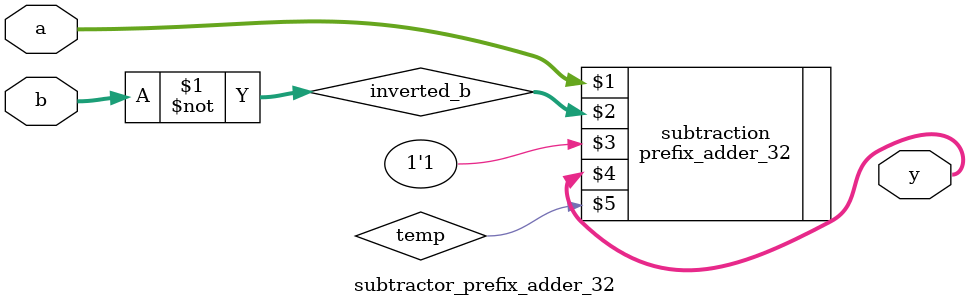
<source format=sv>
module subtractor_prefix_adder_32
(
	input logic [32-1:0] a, b,
	output logic [32-1:0] y
);
	logic [32-1:0] inverted_b;
	logic temp;
	
	assign inverted_b = ~ b;
	prefix_adder_32 subtraction(a, inverted_b, 1'b1, y, temp);

endmodule
</source>
